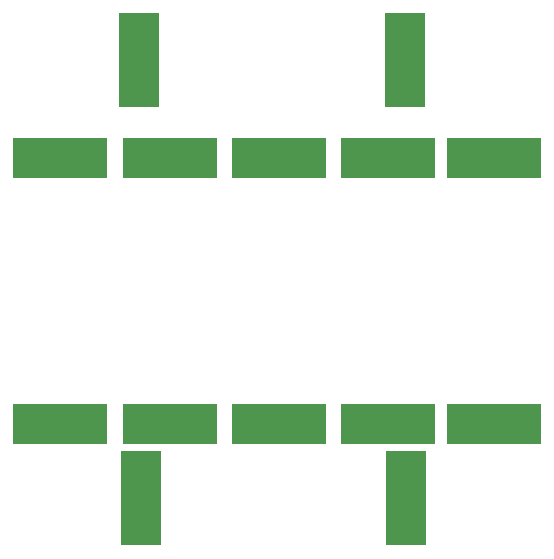
<source format=gtp>
G04 Layer: TopPasteMaskLayer*
G04 EasyEDA v6.3.22, 2020-01-22T11:07:26+01:00*
G04 6c73b54d2adc4a05a2782a56d08821ed,6ac03ef627a24f5ab7c901ca926ad83b,10*
G04 Gerber Generator version 0.2*
G04 Scale: 100 percent, Rotated: No, Reflected: No *
G04 Dimensions in millimeters *
G04 leading zeros omitted , absolute positions ,3 integer and 3 decimal *
%FSLAX33Y33*%
%MOMM*%
G90*
G71D02*

%ADD13R,3.499993X8.000009*%
%ADD14R,8.000009X3.499993*%

%LPD*%
G54D13*
G01X34230Y7880D03*
G01X11729Y7880D03*
G54D14*
G01X41610Y14199D03*
G01X41610Y36700D03*
G01X14180Y14199D03*
G01X14180Y36700D03*
G01X4940Y14199D03*
G01X4940Y36700D03*
G54D13*
G01X34120Y45000D03*
G01X11619Y45000D03*
G54D14*
G01X32709Y14199D03*
G01X32709Y36700D03*
G01X23409Y14199D03*
G01X23409Y36700D03*
M00*
M02*

</source>
